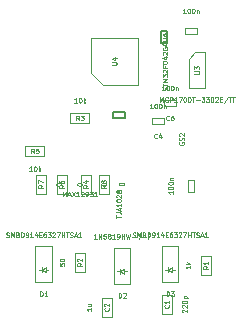
<source format=gbr>
G04 #@! TF.FileFunction,Other,Fab,Top*
%FSLAX46Y46*%
G04 Gerber Fmt 4.6, Leading zero omitted, Abs format (unit mm)*
G04 Created by KiCad (PCBNEW 4.0.7) date 01/29/18 07:06:24*
%MOMM*%
%LPD*%
G01*
G04 APERTURE LIST*
%ADD10C,0.100000*%
%ADD11C,0.150000*%
%ADD12C,0.090000*%
G04 APERTURE END LIST*
D10*
D11*
X152418000Y-85424000D02*
X152918000Y-85424000D01*
X152418000Y-86424000D02*
X152418000Y-85424000D01*
X152918000Y-86424000D02*
X152418000Y-86424000D01*
X152918000Y-85424000D02*
X152918000Y-86424000D01*
X149358000Y-92278000D02*
X149358000Y-92778000D01*
X148358000Y-92278000D02*
X149358000Y-92278000D01*
X148358000Y-92778000D02*
X148358000Y-92278000D01*
X149358000Y-92778000D02*
X148358000Y-92778000D01*
D10*
X154704000Y-97997000D02*
X155204000Y-97997000D01*
X154704000Y-98997000D02*
X154704000Y-97997000D01*
X155204000Y-98997000D02*
X154704000Y-98997000D01*
X155204000Y-97997000D02*
X155204000Y-98997000D01*
X155454000Y-85166000D02*
X155454000Y-85666000D01*
X154454000Y-85166000D02*
X155454000Y-85166000D01*
X154454000Y-85666000D02*
X154454000Y-85166000D01*
X155454000Y-85666000D02*
X154454000Y-85666000D01*
X152522000Y-109330000D02*
X152522000Y-107730000D01*
X152522000Y-107730000D02*
X153322000Y-107730000D01*
X153322000Y-107730000D02*
X153322000Y-109330000D01*
X153322000Y-109330000D02*
X152522000Y-109330000D01*
X148242000Y-107984000D02*
X148242000Y-109584000D01*
X148242000Y-109584000D02*
X147442000Y-109584000D01*
X147442000Y-109584000D02*
X147442000Y-107984000D01*
X147442000Y-107984000D02*
X148242000Y-107984000D01*
X152660000Y-92786000D02*
X152660000Y-93286000D01*
X151660000Y-92786000D02*
X152660000Y-92786000D01*
X151660000Y-93286000D02*
X151660000Y-92786000D01*
X152660000Y-93286000D02*
X151660000Y-93286000D01*
X153676000Y-91262000D02*
X153676000Y-91762000D01*
X152676000Y-91262000D02*
X153676000Y-91262000D01*
X152676000Y-91762000D02*
X152676000Y-91262000D01*
X153676000Y-91762000D02*
X152676000Y-91762000D01*
X155824000Y-104428000D02*
X156624000Y-104428000D01*
X155824000Y-106028000D02*
X155824000Y-104428000D01*
X156624000Y-106028000D02*
X155824000Y-106028000D01*
X156624000Y-104428000D02*
X156624000Y-106028000D01*
X145156000Y-104174000D02*
X145956000Y-104174000D01*
X145156000Y-105774000D02*
X145156000Y-104174000D01*
X145956000Y-105774000D02*
X145156000Y-105774000D01*
X145956000Y-104174000D02*
X145956000Y-105774000D01*
X146356000Y-92382000D02*
X146356000Y-93182000D01*
X144756000Y-92382000D02*
X146356000Y-92382000D01*
X144756000Y-93182000D02*
X144756000Y-92382000D01*
X146356000Y-93182000D02*
X144756000Y-93182000D01*
X140946000Y-95976000D02*
X140946000Y-95176000D01*
X142546000Y-95976000D02*
X140946000Y-95976000D01*
X142546000Y-95176000D02*
X142546000Y-95976000D01*
X140946000Y-95176000D02*
X142546000Y-95176000D01*
X154762000Y-87768000D02*
X154762000Y-90218000D01*
X155312000Y-87198000D02*
X156162000Y-87198000D01*
X154762000Y-87768000D02*
X155312000Y-87198000D01*
X156162000Y-87198000D02*
X156162000Y-90238000D01*
X154762000Y-90238000D02*
X156162000Y-90238000D01*
X142642000Y-105612000D02*
X142892000Y-105612000D01*
X142642000Y-105412000D02*
X142342000Y-105612000D01*
X142642000Y-105812000D02*
X142642000Y-105412000D01*
X142342000Y-105612000D02*
X142642000Y-105812000D01*
X142342000Y-105612000D02*
X142092000Y-105612000D01*
X142342000Y-105812000D02*
X142342000Y-105412000D01*
X141792000Y-106682000D02*
X141792000Y-103642000D01*
X143192000Y-103642000D02*
X141792000Y-103642000D01*
X143192000Y-106682000D02*
X141792000Y-106682000D01*
X143192000Y-106682000D02*
X143192000Y-103642000D01*
X146464000Y-99170000D02*
X145664000Y-99170000D01*
X146464000Y-97570000D02*
X146464000Y-99170000D01*
X145664000Y-97570000D02*
X146464000Y-97570000D01*
X145664000Y-99170000D02*
X145664000Y-97570000D01*
X144432000Y-99170000D02*
X143632000Y-99170000D01*
X144432000Y-97570000D02*
X144432000Y-99170000D01*
X143632000Y-97570000D02*
X144432000Y-97570000D01*
X143632000Y-99170000D02*
X143632000Y-97570000D01*
X142654000Y-99170000D02*
X141854000Y-99170000D01*
X142654000Y-97570000D02*
X142654000Y-99170000D01*
X141854000Y-97570000D02*
X142654000Y-97570000D01*
X141854000Y-99170000D02*
X141854000Y-97570000D01*
X147988000Y-99158000D02*
X147188000Y-99158000D01*
X147988000Y-97558000D02*
X147988000Y-99158000D01*
X147188000Y-97558000D02*
X147988000Y-97558000D01*
X147188000Y-99158000D02*
X147188000Y-97558000D01*
X153342000Y-105612000D02*
X153592000Y-105612000D01*
X153342000Y-105412000D02*
X153042000Y-105612000D01*
X153342000Y-105812000D02*
X153342000Y-105412000D01*
X153042000Y-105612000D02*
X153342000Y-105812000D01*
X153042000Y-105612000D02*
X152792000Y-105612000D01*
X153042000Y-105812000D02*
X153042000Y-105412000D01*
X152492000Y-106682000D02*
X152492000Y-103642000D01*
X153892000Y-103642000D02*
X152492000Y-103642000D01*
X153892000Y-106682000D02*
X152492000Y-106682000D01*
X153892000Y-106682000D02*
X153892000Y-103642000D01*
X149278000Y-105744000D02*
X149528000Y-105744000D01*
X149278000Y-105544000D02*
X148978000Y-105744000D01*
X149278000Y-105944000D02*
X149278000Y-105544000D01*
X148978000Y-105744000D02*
X149278000Y-105944000D01*
X148978000Y-105744000D02*
X148728000Y-105744000D01*
X148978000Y-105944000D02*
X148978000Y-105544000D01*
X148428000Y-106814000D02*
X148428000Y-103774000D01*
X149828000Y-103774000D02*
X148428000Y-103774000D01*
X149828000Y-106814000D02*
X148428000Y-106814000D01*
X149828000Y-106814000D02*
X149828000Y-103774000D01*
X146482000Y-88964000D02*
X146482000Y-85964000D01*
X146482000Y-85964000D02*
X150482000Y-85964000D01*
X150482000Y-85964000D02*
X150482000Y-89964000D01*
X150482000Y-89964000D02*
X147482000Y-89964000D01*
X147482000Y-89964000D02*
X146482000Y-88964000D01*
D12*
X153434952Y-98944618D02*
X153434952Y-99173190D01*
X153434952Y-99058904D02*
X153034952Y-99058904D01*
X153092095Y-99096999D01*
X153130190Y-99135094D01*
X153149238Y-99173190D01*
X153034952Y-98696999D02*
X153034952Y-98658904D01*
X153054000Y-98620809D01*
X153073048Y-98601761D01*
X153111143Y-98582714D01*
X153187333Y-98563666D01*
X153282571Y-98563666D01*
X153358762Y-98582714D01*
X153396857Y-98601761D01*
X153415905Y-98620809D01*
X153434952Y-98658904D01*
X153434952Y-98696999D01*
X153415905Y-98735095D01*
X153396857Y-98754142D01*
X153358762Y-98773190D01*
X153282571Y-98792238D01*
X153187333Y-98792238D01*
X153111143Y-98773190D01*
X153073048Y-98754142D01*
X153054000Y-98735095D01*
X153034952Y-98696999D01*
X153034952Y-98316047D02*
X153034952Y-98277952D01*
X153054000Y-98239857D01*
X153073048Y-98220809D01*
X153111143Y-98201762D01*
X153187333Y-98182714D01*
X153282571Y-98182714D01*
X153358762Y-98201762D01*
X153396857Y-98220809D01*
X153415905Y-98239857D01*
X153434952Y-98277952D01*
X153434952Y-98316047D01*
X153415905Y-98354143D01*
X153396857Y-98373190D01*
X153358762Y-98392238D01*
X153282571Y-98411286D01*
X153187333Y-98411286D01*
X153111143Y-98392238D01*
X153073048Y-98373190D01*
X153054000Y-98354143D01*
X153034952Y-98316047D01*
X153168286Y-98011286D02*
X153434952Y-98011286D01*
X153206381Y-98011286D02*
X153187333Y-97992238D01*
X153168286Y-97954143D01*
X153168286Y-97897000D01*
X153187333Y-97858905D01*
X153225429Y-97839857D01*
X153434952Y-97839857D01*
X154506382Y-83896952D02*
X154277810Y-83896952D01*
X154392096Y-83896952D02*
X154392096Y-83496952D01*
X154354001Y-83554095D01*
X154315906Y-83592190D01*
X154277810Y-83611238D01*
X154754001Y-83496952D02*
X154792096Y-83496952D01*
X154830191Y-83516000D01*
X154849239Y-83535048D01*
X154868286Y-83573143D01*
X154887334Y-83649333D01*
X154887334Y-83744571D01*
X154868286Y-83820762D01*
X154849239Y-83858857D01*
X154830191Y-83877905D01*
X154792096Y-83896952D01*
X154754001Y-83896952D01*
X154715905Y-83877905D01*
X154696858Y-83858857D01*
X154677810Y-83820762D01*
X154658762Y-83744571D01*
X154658762Y-83649333D01*
X154677810Y-83573143D01*
X154696858Y-83535048D01*
X154715905Y-83516000D01*
X154754001Y-83496952D01*
X155134953Y-83496952D02*
X155173048Y-83496952D01*
X155211143Y-83516000D01*
X155230191Y-83535048D01*
X155249238Y-83573143D01*
X155268286Y-83649333D01*
X155268286Y-83744571D01*
X155249238Y-83820762D01*
X155230191Y-83858857D01*
X155211143Y-83877905D01*
X155173048Y-83896952D01*
X155134953Y-83896952D01*
X155096857Y-83877905D01*
X155077810Y-83858857D01*
X155058762Y-83820762D01*
X155039714Y-83744571D01*
X155039714Y-83649333D01*
X155058762Y-83573143D01*
X155077810Y-83535048D01*
X155096857Y-83516000D01*
X155134953Y-83496952D01*
X155439714Y-83630286D02*
X155439714Y-83896952D01*
X155439714Y-83668381D02*
X155458762Y-83649333D01*
X155496857Y-83630286D01*
X155554000Y-83630286D01*
X155592095Y-83649333D01*
X155611143Y-83687429D01*
X155611143Y-83896952D01*
X154241048Y-109206190D02*
X154222000Y-109187142D01*
X154202952Y-109149047D01*
X154202952Y-109053809D01*
X154222000Y-109015713D01*
X154241048Y-108996666D01*
X154279143Y-108977618D01*
X154317238Y-108977618D01*
X154374381Y-108996666D01*
X154602952Y-109225237D01*
X154602952Y-108977618D01*
X154241048Y-108825238D02*
X154222000Y-108806190D01*
X154202952Y-108768095D01*
X154202952Y-108672857D01*
X154222000Y-108634761D01*
X154241048Y-108615714D01*
X154279143Y-108596666D01*
X154317238Y-108596666D01*
X154374381Y-108615714D01*
X154602952Y-108844285D01*
X154602952Y-108596666D01*
X154202952Y-108349047D02*
X154202952Y-108310952D01*
X154222000Y-108272857D01*
X154241048Y-108253809D01*
X154279143Y-108234762D01*
X154355333Y-108215714D01*
X154450571Y-108215714D01*
X154526762Y-108234762D01*
X154564857Y-108253809D01*
X154583905Y-108272857D01*
X154602952Y-108310952D01*
X154602952Y-108349047D01*
X154583905Y-108387143D01*
X154564857Y-108406190D01*
X154526762Y-108425238D01*
X154450571Y-108444286D01*
X154355333Y-108444286D01*
X154279143Y-108425238D01*
X154241048Y-108406190D01*
X154222000Y-108387143D01*
X154202952Y-108349047D01*
X154336286Y-108044286D02*
X154736286Y-108044286D01*
X154355333Y-108044286D02*
X154336286Y-108006191D01*
X154336286Y-107930000D01*
X154355333Y-107891905D01*
X154374381Y-107872857D01*
X154412476Y-107853810D01*
X154526762Y-107853810D01*
X154564857Y-107872857D01*
X154583905Y-107891905D01*
X154602952Y-107930000D01*
X154602952Y-108006191D01*
X154583905Y-108044286D01*
X153064857Y-108596666D02*
X153083905Y-108615714D01*
X153102952Y-108672857D01*
X153102952Y-108710952D01*
X153083905Y-108768095D01*
X153045810Y-108806190D01*
X153007714Y-108825238D01*
X152931524Y-108844286D01*
X152874381Y-108844286D01*
X152798190Y-108825238D01*
X152760095Y-108806190D01*
X152722000Y-108768095D01*
X152702952Y-108710952D01*
X152702952Y-108672857D01*
X152722000Y-108615714D01*
X152741048Y-108596666D01*
X153102952Y-108215714D02*
X153102952Y-108444286D01*
X153102952Y-108330000D02*
X152702952Y-108330000D01*
X152760095Y-108368095D01*
X152798190Y-108406190D01*
X152817238Y-108444286D01*
X146522952Y-108850666D02*
X146522952Y-109079238D01*
X146522952Y-108964952D02*
X146122952Y-108964952D01*
X146180095Y-109003047D01*
X146218190Y-109041142D01*
X146237238Y-109079238D01*
X146256286Y-108507809D02*
X146522952Y-108507809D01*
X146256286Y-108679238D02*
X146465810Y-108679238D01*
X146503905Y-108660190D01*
X146522952Y-108622095D01*
X146522952Y-108564952D01*
X146503905Y-108526857D01*
X146484857Y-108507809D01*
X147984857Y-108850666D02*
X148003905Y-108869714D01*
X148022952Y-108926857D01*
X148022952Y-108964952D01*
X148003905Y-109022095D01*
X147965810Y-109060190D01*
X147927714Y-109079238D01*
X147851524Y-109098286D01*
X147794381Y-109098286D01*
X147718190Y-109079238D01*
X147680095Y-109060190D01*
X147642000Y-109022095D01*
X147622952Y-108964952D01*
X147622952Y-108926857D01*
X147642000Y-108869714D01*
X147661048Y-108850666D01*
X147661048Y-108698286D02*
X147642000Y-108679238D01*
X147622952Y-108641143D01*
X147622952Y-108545905D01*
X147642000Y-108507809D01*
X147661048Y-108488762D01*
X147699143Y-108469714D01*
X147737238Y-108469714D01*
X147794381Y-108488762D01*
X148022952Y-108717333D01*
X148022952Y-108469714D01*
X151712382Y-91946952D02*
X151483810Y-91946952D01*
X151598096Y-91946952D02*
X151598096Y-91546952D01*
X151560001Y-91604095D01*
X151521906Y-91642190D01*
X151483810Y-91661238D01*
X151960001Y-91546952D02*
X151998096Y-91546952D01*
X152036191Y-91566000D01*
X152055239Y-91585048D01*
X152074286Y-91623143D01*
X152093334Y-91699333D01*
X152093334Y-91794571D01*
X152074286Y-91870762D01*
X152055239Y-91908857D01*
X152036191Y-91927905D01*
X151998096Y-91946952D01*
X151960001Y-91946952D01*
X151921905Y-91927905D01*
X151902858Y-91908857D01*
X151883810Y-91870762D01*
X151864762Y-91794571D01*
X151864762Y-91699333D01*
X151883810Y-91623143D01*
X151902858Y-91585048D01*
X151921905Y-91566000D01*
X151960001Y-91546952D01*
X152340953Y-91546952D02*
X152379048Y-91546952D01*
X152417143Y-91566000D01*
X152436191Y-91585048D01*
X152455238Y-91623143D01*
X152474286Y-91699333D01*
X152474286Y-91794571D01*
X152455238Y-91870762D01*
X152436191Y-91908857D01*
X152417143Y-91927905D01*
X152379048Y-91946952D01*
X152340953Y-91946952D01*
X152302857Y-91927905D01*
X152283810Y-91908857D01*
X152264762Y-91870762D01*
X152245714Y-91794571D01*
X152245714Y-91699333D01*
X152264762Y-91623143D01*
X152283810Y-91585048D01*
X152302857Y-91566000D01*
X152340953Y-91546952D01*
X152645714Y-91680286D02*
X152645714Y-91946952D01*
X152645714Y-91718381D02*
X152664762Y-91699333D01*
X152702857Y-91680286D01*
X152760000Y-91680286D01*
X152798095Y-91699333D01*
X152817143Y-91737429D01*
X152817143Y-91946952D01*
X152093334Y-94448857D02*
X152074286Y-94467905D01*
X152017143Y-94486952D01*
X151979048Y-94486952D01*
X151921905Y-94467905D01*
X151883810Y-94429810D01*
X151864762Y-94391714D01*
X151845714Y-94315524D01*
X151845714Y-94258381D01*
X151864762Y-94182190D01*
X151883810Y-94144095D01*
X151921905Y-94106000D01*
X151979048Y-94086952D01*
X152017143Y-94086952D01*
X152074286Y-94106000D01*
X152093334Y-94125048D01*
X152436191Y-94220286D02*
X152436191Y-94486952D01*
X152340953Y-94067905D02*
X152245714Y-94353619D01*
X152493334Y-94353619D01*
X152728382Y-90422952D02*
X152499810Y-90422952D01*
X152614096Y-90422952D02*
X152614096Y-90022952D01*
X152576001Y-90080095D01*
X152537906Y-90118190D01*
X152499810Y-90137238D01*
X152976001Y-90022952D02*
X153014096Y-90022952D01*
X153052191Y-90042000D01*
X153071239Y-90061048D01*
X153090286Y-90099143D01*
X153109334Y-90175333D01*
X153109334Y-90270571D01*
X153090286Y-90346762D01*
X153071239Y-90384857D01*
X153052191Y-90403905D01*
X153014096Y-90422952D01*
X152976001Y-90422952D01*
X152937905Y-90403905D01*
X152918858Y-90384857D01*
X152899810Y-90346762D01*
X152880762Y-90270571D01*
X152880762Y-90175333D01*
X152899810Y-90099143D01*
X152918858Y-90061048D01*
X152937905Y-90042000D01*
X152976001Y-90022952D01*
X153356953Y-90022952D02*
X153395048Y-90022952D01*
X153433143Y-90042000D01*
X153452191Y-90061048D01*
X153471238Y-90099143D01*
X153490286Y-90175333D01*
X153490286Y-90270571D01*
X153471238Y-90346762D01*
X153452191Y-90384857D01*
X153433143Y-90403905D01*
X153395048Y-90422952D01*
X153356953Y-90422952D01*
X153318857Y-90403905D01*
X153299810Y-90384857D01*
X153280762Y-90346762D01*
X153261714Y-90270571D01*
X153261714Y-90175333D01*
X153280762Y-90099143D01*
X153299810Y-90061048D01*
X153318857Y-90042000D01*
X153356953Y-90022952D01*
X153661714Y-90156286D02*
X153661714Y-90422952D01*
X153661714Y-90194381D02*
X153680762Y-90175333D01*
X153718857Y-90156286D01*
X153776000Y-90156286D01*
X153814095Y-90175333D01*
X153833143Y-90213429D01*
X153833143Y-90422952D01*
X153109334Y-92924857D02*
X153090286Y-92943905D01*
X153033143Y-92962952D01*
X152995048Y-92962952D01*
X152937905Y-92943905D01*
X152899810Y-92905810D01*
X152880762Y-92867714D01*
X152861714Y-92791524D01*
X152861714Y-92734381D01*
X152880762Y-92658190D01*
X152899810Y-92620095D01*
X152937905Y-92582000D01*
X152995048Y-92562952D01*
X153033143Y-92562952D01*
X153090286Y-92582000D01*
X153109334Y-92601048D01*
X153452191Y-92562952D02*
X153376000Y-92562952D01*
X153337905Y-92582000D01*
X153318857Y-92601048D01*
X153280762Y-92658190D01*
X153261714Y-92734381D01*
X153261714Y-92886762D01*
X153280762Y-92924857D01*
X153299810Y-92943905D01*
X153337905Y-92962952D01*
X153414095Y-92962952D01*
X153452191Y-92943905D01*
X153471238Y-92924857D01*
X153490286Y-92886762D01*
X153490286Y-92791524D01*
X153471238Y-92753429D01*
X153452191Y-92734381D01*
X153414095Y-92715333D01*
X153337905Y-92715333D01*
X153299810Y-92734381D01*
X153280762Y-92753429D01*
X153261714Y-92791524D01*
X153970000Y-94836190D02*
X153950952Y-94874285D01*
X153950952Y-94931428D01*
X153970000Y-94988571D01*
X154008095Y-95026666D01*
X154046190Y-95045714D01*
X154122381Y-95064762D01*
X154179524Y-95064762D01*
X154255714Y-95045714D01*
X154293810Y-95026666D01*
X154331905Y-94988571D01*
X154350952Y-94931428D01*
X154350952Y-94893333D01*
X154331905Y-94836190D01*
X154312857Y-94817142D01*
X154179524Y-94817142D01*
X154179524Y-94893333D01*
X154331905Y-94664762D02*
X154350952Y-94607619D01*
X154350952Y-94512381D01*
X154331905Y-94474285D01*
X154312857Y-94455238D01*
X154274762Y-94436190D01*
X154236667Y-94436190D01*
X154198571Y-94455238D01*
X154179524Y-94474285D01*
X154160476Y-94512381D01*
X154141429Y-94588571D01*
X154122381Y-94626666D01*
X154103333Y-94645714D01*
X154065238Y-94664762D01*
X154027143Y-94664762D01*
X153989048Y-94645714D01*
X153970000Y-94626666D01*
X153950952Y-94588571D01*
X153950952Y-94493333D01*
X153970000Y-94436190D01*
X153989048Y-94283810D02*
X153970000Y-94264762D01*
X153950952Y-94226667D01*
X153950952Y-94131429D01*
X153970000Y-94093333D01*
X153989048Y-94074286D01*
X154027143Y-94055238D01*
X154065238Y-94055238D01*
X154122381Y-94074286D01*
X154350952Y-94302857D01*
X154350952Y-94055238D01*
X154904952Y-105275619D02*
X154904952Y-105504191D01*
X154904952Y-105389905D02*
X154504952Y-105389905D01*
X154562095Y-105428000D01*
X154600190Y-105466095D01*
X154619238Y-105504191D01*
X154904952Y-105104191D02*
X154504952Y-105104191D01*
X154752571Y-105066096D02*
X154904952Y-104951810D01*
X154638286Y-104951810D02*
X154790667Y-105104191D01*
X156404952Y-105294666D02*
X156214476Y-105428000D01*
X156404952Y-105523238D02*
X156004952Y-105523238D01*
X156004952Y-105370857D01*
X156024000Y-105332762D01*
X156043048Y-105313714D01*
X156081143Y-105294666D01*
X156138286Y-105294666D01*
X156176381Y-105313714D01*
X156195429Y-105332762D01*
X156214476Y-105370857D01*
X156214476Y-105523238D01*
X156404952Y-104913714D02*
X156404952Y-105142286D01*
X156404952Y-105028000D02*
X156004952Y-105028000D01*
X156062095Y-105066095D01*
X156100190Y-105104190D01*
X156119238Y-105142286D01*
X143836952Y-105069238D02*
X143836952Y-105259714D01*
X144027429Y-105278762D01*
X144008381Y-105259714D01*
X143989333Y-105221619D01*
X143989333Y-105126381D01*
X144008381Y-105088285D01*
X144027429Y-105069238D01*
X144065524Y-105050190D01*
X144160762Y-105050190D01*
X144198857Y-105069238D01*
X144217905Y-105088285D01*
X144236952Y-105126381D01*
X144236952Y-105221619D01*
X144217905Y-105259714D01*
X144198857Y-105278762D01*
X143836952Y-104802571D02*
X143836952Y-104764476D01*
X143856000Y-104726381D01*
X143875048Y-104707333D01*
X143913143Y-104688286D01*
X143989333Y-104669238D01*
X144084571Y-104669238D01*
X144160762Y-104688286D01*
X144198857Y-104707333D01*
X144217905Y-104726381D01*
X144236952Y-104764476D01*
X144236952Y-104802571D01*
X144217905Y-104840667D01*
X144198857Y-104859714D01*
X144160762Y-104878762D01*
X144084571Y-104897810D01*
X143989333Y-104897810D01*
X143913143Y-104878762D01*
X143875048Y-104859714D01*
X143856000Y-104840667D01*
X143836952Y-104802571D01*
X145736952Y-105040666D02*
X145546476Y-105174000D01*
X145736952Y-105269238D02*
X145336952Y-105269238D01*
X145336952Y-105116857D01*
X145356000Y-105078762D01*
X145375048Y-105059714D01*
X145413143Y-105040666D01*
X145470286Y-105040666D01*
X145508381Y-105059714D01*
X145527429Y-105078762D01*
X145546476Y-105116857D01*
X145546476Y-105269238D01*
X145375048Y-104888286D02*
X145356000Y-104869238D01*
X145336952Y-104831143D01*
X145336952Y-104735905D01*
X145356000Y-104697809D01*
X145375048Y-104678762D01*
X145413143Y-104659714D01*
X145451238Y-104659714D01*
X145508381Y-104678762D01*
X145736952Y-104907333D01*
X145736952Y-104659714D01*
X145317905Y-91462952D02*
X145089333Y-91462952D01*
X145203619Y-91462952D02*
X145203619Y-91062952D01*
X145165524Y-91120095D01*
X145127429Y-91158190D01*
X145089333Y-91177238D01*
X145565524Y-91062952D02*
X145603619Y-91062952D01*
X145641714Y-91082000D01*
X145660762Y-91101048D01*
X145679809Y-91139143D01*
X145698857Y-91215333D01*
X145698857Y-91310571D01*
X145679809Y-91386762D01*
X145660762Y-91424857D01*
X145641714Y-91443905D01*
X145603619Y-91462952D01*
X145565524Y-91462952D01*
X145527428Y-91443905D01*
X145508381Y-91424857D01*
X145489333Y-91386762D01*
X145470285Y-91310571D01*
X145470285Y-91215333D01*
X145489333Y-91139143D01*
X145508381Y-91101048D01*
X145527428Y-91082000D01*
X145565524Y-91062952D01*
X145870285Y-91462952D02*
X145870285Y-91062952D01*
X145908380Y-91310571D02*
X146022666Y-91462952D01*
X146022666Y-91196286D02*
X145870285Y-91348667D01*
X145489334Y-92962952D02*
X145356000Y-92772476D01*
X145260762Y-92962952D02*
X145260762Y-92562952D01*
X145413143Y-92562952D01*
X145451238Y-92582000D01*
X145470286Y-92601048D01*
X145489334Y-92639143D01*
X145489334Y-92696286D01*
X145470286Y-92734381D01*
X145451238Y-92753429D01*
X145413143Y-92772476D01*
X145260762Y-92772476D01*
X145622667Y-92562952D02*
X145870286Y-92562952D01*
X145736953Y-92715333D01*
X145794095Y-92715333D01*
X145832191Y-92734381D01*
X145851238Y-92753429D01*
X145870286Y-92791524D01*
X145870286Y-92886762D01*
X145851238Y-92924857D01*
X145832191Y-92943905D01*
X145794095Y-92962952D01*
X145679810Y-92962952D01*
X145641714Y-92943905D01*
X145622667Y-92924857D01*
X141507905Y-97256952D02*
X141279333Y-97256952D01*
X141393619Y-97256952D02*
X141393619Y-96856952D01*
X141355524Y-96914095D01*
X141317429Y-96952190D01*
X141279333Y-96971238D01*
X141755524Y-96856952D02*
X141793619Y-96856952D01*
X141831714Y-96876000D01*
X141850762Y-96895048D01*
X141869809Y-96933143D01*
X141888857Y-97009333D01*
X141888857Y-97104571D01*
X141869809Y-97180762D01*
X141850762Y-97218857D01*
X141831714Y-97237905D01*
X141793619Y-97256952D01*
X141755524Y-97256952D01*
X141717428Y-97237905D01*
X141698381Y-97218857D01*
X141679333Y-97180762D01*
X141660285Y-97104571D01*
X141660285Y-97009333D01*
X141679333Y-96933143D01*
X141698381Y-96895048D01*
X141717428Y-96876000D01*
X141755524Y-96856952D01*
X142060285Y-97256952D02*
X142060285Y-96856952D01*
X142098380Y-97104571D02*
X142212666Y-97256952D01*
X142212666Y-96990286D02*
X142060285Y-97142667D01*
X141679334Y-95756952D02*
X141546000Y-95566476D01*
X141450762Y-95756952D02*
X141450762Y-95356952D01*
X141603143Y-95356952D01*
X141641238Y-95376000D01*
X141660286Y-95395048D01*
X141679334Y-95433143D01*
X141679334Y-95490286D01*
X141660286Y-95528381D01*
X141641238Y-95547429D01*
X141603143Y-95566476D01*
X141450762Y-95566476D01*
X142041238Y-95356952D02*
X141850762Y-95356952D01*
X141831714Y-95547429D01*
X141850762Y-95528381D01*
X141888857Y-95509333D01*
X141984095Y-95509333D01*
X142022191Y-95528381D01*
X142041238Y-95547429D01*
X142060286Y-95585524D01*
X142060286Y-95680762D01*
X142041238Y-95718857D01*
X142022191Y-95737905D01*
X141984095Y-95756952D01*
X141888857Y-95756952D01*
X141850762Y-95737905D01*
X141831714Y-95718857D01*
X152309620Y-91398952D02*
X152309620Y-90998952D01*
X152442953Y-91284667D01*
X152576287Y-90998952D01*
X152576287Y-91398952D01*
X152995335Y-91360857D02*
X152976287Y-91379905D01*
X152919144Y-91398952D01*
X152881049Y-91398952D01*
X152823906Y-91379905D01*
X152785811Y-91341810D01*
X152766763Y-91303714D01*
X152747715Y-91227524D01*
X152747715Y-91170381D01*
X152766763Y-91094190D01*
X152785811Y-91056095D01*
X152823906Y-91018000D01*
X152881049Y-90998952D01*
X152919144Y-90998952D01*
X152976287Y-91018000D01*
X152995335Y-91037048D01*
X153166763Y-91398952D02*
X153166763Y-90998952D01*
X153319144Y-90998952D01*
X153357239Y-91018000D01*
X153376287Y-91037048D01*
X153395335Y-91075143D01*
X153395335Y-91132286D01*
X153376287Y-91170381D01*
X153357239Y-91189429D01*
X153319144Y-91208476D01*
X153166763Y-91208476D01*
X153776287Y-91398952D02*
X153547715Y-91398952D01*
X153662001Y-91398952D02*
X153662001Y-90998952D01*
X153623906Y-91056095D01*
X153585811Y-91094190D01*
X153547715Y-91113238D01*
X153909620Y-90998952D02*
X154176287Y-90998952D01*
X154004858Y-91398952D01*
X154404858Y-90998952D02*
X154442953Y-90998952D01*
X154481048Y-91018000D01*
X154500096Y-91037048D01*
X154519143Y-91075143D01*
X154538191Y-91151333D01*
X154538191Y-91246571D01*
X154519143Y-91322762D01*
X154500096Y-91360857D01*
X154481048Y-91379905D01*
X154442953Y-91398952D01*
X154404858Y-91398952D01*
X154366762Y-91379905D01*
X154347715Y-91360857D01*
X154328667Y-91322762D01*
X154309619Y-91246571D01*
X154309619Y-91151333D01*
X154328667Y-91075143D01*
X154347715Y-91037048D01*
X154366762Y-91018000D01*
X154404858Y-90998952D01*
X154785810Y-90998952D02*
X154823905Y-90998952D01*
X154862000Y-91018000D01*
X154881048Y-91037048D01*
X154900095Y-91075143D01*
X154919143Y-91151333D01*
X154919143Y-91246571D01*
X154900095Y-91322762D01*
X154881048Y-91360857D01*
X154862000Y-91379905D01*
X154823905Y-91398952D01*
X154785810Y-91398952D01*
X154747714Y-91379905D01*
X154728667Y-91360857D01*
X154709619Y-91322762D01*
X154690571Y-91246571D01*
X154690571Y-91151333D01*
X154709619Y-91075143D01*
X154728667Y-91037048D01*
X154747714Y-91018000D01*
X154785810Y-90998952D01*
X155033428Y-90998952D02*
X155262000Y-90998952D01*
X155147714Y-91398952D02*
X155147714Y-90998952D01*
X155395333Y-91246571D02*
X155700095Y-91246571D01*
X155852476Y-90998952D02*
X156100095Y-90998952D01*
X155966762Y-91151333D01*
X156023904Y-91151333D01*
X156062000Y-91170381D01*
X156081047Y-91189429D01*
X156100095Y-91227524D01*
X156100095Y-91322762D01*
X156081047Y-91360857D01*
X156062000Y-91379905D01*
X156023904Y-91398952D01*
X155909619Y-91398952D01*
X155871523Y-91379905D01*
X155852476Y-91360857D01*
X156233428Y-90998952D02*
X156481047Y-90998952D01*
X156347714Y-91151333D01*
X156404856Y-91151333D01*
X156442952Y-91170381D01*
X156461999Y-91189429D01*
X156481047Y-91227524D01*
X156481047Y-91322762D01*
X156461999Y-91360857D01*
X156442952Y-91379905D01*
X156404856Y-91398952D01*
X156290571Y-91398952D01*
X156252475Y-91379905D01*
X156233428Y-91360857D01*
X156728666Y-90998952D02*
X156766761Y-90998952D01*
X156804856Y-91018000D01*
X156823904Y-91037048D01*
X156842951Y-91075143D01*
X156861999Y-91151333D01*
X156861999Y-91246571D01*
X156842951Y-91322762D01*
X156823904Y-91360857D01*
X156804856Y-91379905D01*
X156766761Y-91398952D01*
X156728666Y-91398952D01*
X156690570Y-91379905D01*
X156671523Y-91360857D01*
X156652475Y-91322762D01*
X156633427Y-91246571D01*
X156633427Y-91151333D01*
X156652475Y-91075143D01*
X156671523Y-91037048D01*
X156690570Y-91018000D01*
X156728666Y-90998952D01*
X157014379Y-91037048D02*
X157033427Y-91018000D01*
X157071522Y-90998952D01*
X157166760Y-90998952D01*
X157204856Y-91018000D01*
X157223903Y-91037048D01*
X157242951Y-91075143D01*
X157242951Y-91113238D01*
X157223903Y-91170381D01*
X156995332Y-91398952D01*
X157242951Y-91398952D01*
X157414379Y-91189429D02*
X157547712Y-91189429D01*
X157604855Y-91398952D02*
X157414379Y-91398952D01*
X157414379Y-90998952D01*
X157604855Y-90998952D01*
X158061998Y-90979905D02*
X157719141Y-91494190D01*
X158138189Y-90998952D02*
X158366761Y-90998952D01*
X158252475Y-91398952D02*
X158252475Y-90998952D01*
X158442951Y-90998952D02*
X158671523Y-90998952D01*
X158557237Y-91398952D02*
X158557237Y-90998952D01*
X155242952Y-89022762D02*
X155566762Y-89022762D01*
X155604857Y-89003714D01*
X155623905Y-88984667D01*
X155642952Y-88946571D01*
X155642952Y-88870381D01*
X155623905Y-88832286D01*
X155604857Y-88813238D01*
X155566762Y-88794190D01*
X155242952Y-88794190D01*
X155242952Y-88641809D02*
X155242952Y-88394190D01*
X155395333Y-88527523D01*
X155395333Y-88470381D01*
X155414381Y-88432285D01*
X155433429Y-88413238D01*
X155471524Y-88394190D01*
X155566762Y-88394190D01*
X155604857Y-88413238D01*
X155623905Y-88432285D01*
X155642952Y-88470381D01*
X155642952Y-88584666D01*
X155623905Y-88622762D01*
X155604857Y-88641809D01*
X139320573Y-102823905D02*
X139377716Y-102842952D01*
X139472954Y-102842952D01*
X139511050Y-102823905D01*
X139530097Y-102804857D01*
X139549145Y-102766762D01*
X139549145Y-102728667D01*
X139530097Y-102690571D01*
X139511050Y-102671524D01*
X139472954Y-102652476D01*
X139396764Y-102633429D01*
X139358669Y-102614381D01*
X139339621Y-102595333D01*
X139320573Y-102557238D01*
X139320573Y-102519143D01*
X139339621Y-102481048D01*
X139358669Y-102462000D01*
X139396764Y-102442952D01*
X139492002Y-102442952D01*
X139549145Y-102462000D01*
X139720573Y-102842952D02*
X139720573Y-102442952D01*
X139853906Y-102728667D01*
X139987240Y-102442952D01*
X139987240Y-102842952D01*
X140311049Y-102633429D02*
X140368192Y-102652476D01*
X140387240Y-102671524D01*
X140406288Y-102709619D01*
X140406288Y-102766762D01*
X140387240Y-102804857D01*
X140368192Y-102823905D01*
X140330097Y-102842952D01*
X140177716Y-102842952D01*
X140177716Y-102442952D01*
X140311049Y-102442952D01*
X140349145Y-102462000D01*
X140368192Y-102481048D01*
X140387240Y-102519143D01*
X140387240Y-102557238D01*
X140368192Y-102595333D01*
X140349145Y-102614381D01*
X140311049Y-102633429D01*
X140177716Y-102633429D01*
X140577716Y-102842952D02*
X140577716Y-102442952D01*
X140672954Y-102442952D01*
X140730097Y-102462000D01*
X140768192Y-102500095D01*
X140787240Y-102538190D01*
X140806288Y-102614381D01*
X140806288Y-102671524D01*
X140787240Y-102747714D01*
X140768192Y-102785810D01*
X140730097Y-102823905D01*
X140672954Y-102842952D01*
X140577716Y-102842952D01*
X140996764Y-102842952D02*
X141072954Y-102842952D01*
X141111049Y-102823905D01*
X141130097Y-102804857D01*
X141168192Y-102747714D01*
X141187240Y-102671524D01*
X141187240Y-102519143D01*
X141168192Y-102481048D01*
X141149145Y-102462000D01*
X141111049Y-102442952D01*
X141034859Y-102442952D01*
X140996764Y-102462000D01*
X140977716Y-102481048D01*
X140958668Y-102519143D01*
X140958668Y-102614381D01*
X140977716Y-102652476D01*
X140996764Y-102671524D01*
X141034859Y-102690571D01*
X141111049Y-102690571D01*
X141149145Y-102671524D01*
X141168192Y-102652476D01*
X141187240Y-102614381D01*
X141568192Y-102842952D02*
X141339620Y-102842952D01*
X141453906Y-102842952D02*
X141453906Y-102442952D01*
X141415811Y-102500095D01*
X141377716Y-102538190D01*
X141339620Y-102557238D01*
X141911049Y-102576286D02*
X141911049Y-102842952D01*
X141815811Y-102423905D02*
X141720572Y-102709619D01*
X141968192Y-102709619D01*
X142120572Y-102633429D02*
X142253905Y-102633429D01*
X142311048Y-102842952D02*
X142120572Y-102842952D01*
X142120572Y-102442952D01*
X142311048Y-102442952D01*
X142653906Y-102442952D02*
X142577715Y-102442952D01*
X142539620Y-102462000D01*
X142520572Y-102481048D01*
X142482477Y-102538190D01*
X142463429Y-102614381D01*
X142463429Y-102766762D01*
X142482477Y-102804857D01*
X142501525Y-102823905D01*
X142539620Y-102842952D01*
X142615810Y-102842952D01*
X142653906Y-102823905D01*
X142672953Y-102804857D01*
X142692001Y-102766762D01*
X142692001Y-102671524D01*
X142672953Y-102633429D01*
X142653906Y-102614381D01*
X142615810Y-102595333D01*
X142539620Y-102595333D01*
X142501525Y-102614381D01*
X142482477Y-102633429D01*
X142463429Y-102671524D01*
X142825334Y-102442952D02*
X143072953Y-102442952D01*
X142939620Y-102595333D01*
X142996762Y-102595333D01*
X143034858Y-102614381D01*
X143053905Y-102633429D01*
X143072953Y-102671524D01*
X143072953Y-102766762D01*
X143053905Y-102804857D01*
X143034858Y-102823905D01*
X142996762Y-102842952D01*
X142882477Y-102842952D01*
X142844381Y-102823905D01*
X142825334Y-102804857D01*
X143225333Y-102481048D02*
X143244381Y-102462000D01*
X143282476Y-102442952D01*
X143377714Y-102442952D01*
X143415810Y-102462000D01*
X143434857Y-102481048D01*
X143453905Y-102519143D01*
X143453905Y-102557238D01*
X143434857Y-102614381D01*
X143206286Y-102842952D01*
X143453905Y-102842952D01*
X143587238Y-102442952D02*
X143853905Y-102442952D01*
X143682476Y-102842952D01*
X144006285Y-102842952D02*
X144006285Y-102442952D01*
X144006285Y-102633429D02*
X144234857Y-102633429D01*
X144234857Y-102842952D02*
X144234857Y-102442952D01*
X144368190Y-102442952D02*
X144596762Y-102442952D01*
X144482476Y-102842952D02*
X144482476Y-102442952D01*
X144711047Y-102823905D02*
X144768190Y-102842952D01*
X144863428Y-102842952D01*
X144901524Y-102823905D01*
X144920571Y-102804857D01*
X144939619Y-102766762D01*
X144939619Y-102728667D01*
X144920571Y-102690571D01*
X144901524Y-102671524D01*
X144863428Y-102652476D01*
X144787238Y-102633429D01*
X144749143Y-102614381D01*
X144730095Y-102595333D01*
X144711047Y-102557238D01*
X144711047Y-102519143D01*
X144730095Y-102481048D01*
X144749143Y-102462000D01*
X144787238Y-102442952D01*
X144882476Y-102442952D01*
X144939619Y-102462000D01*
X145091999Y-102728667D02*
X145282476Y-102728667D01*
X145053904Y-102842952D02*
X145187238Y-102442952D01*
X145320571Y-102842952D01*
X145663428Y-102842952D02*
X145434856Y-102842952D01*
X145549142Y-102842952D02*
X145549142Y-102442952D01*
X145511047Y-102500095D01*
X145472952Y-102538190D01*
X145434856Y-102557238D01*
X142196762Y-107842952D02*
X142196762Y-107442952D01*
X142292000Y-107442952D01*
X142349143Y-107462000D01*
X142387238Y-107500095D01*
X142406286Y-107538190D01*
X142425334Y-107614381D01*
X142425334Y-107671524D01*
X142406286Y-107747714D01*
X142387238Y-107785810D01*
X142349143Y-107823905D01*
X142292000Y-107842952D01*
X142196762Y-107842952D01*
X142806286Y-107842952D02*
X142577714Y-107842952D01*
X142692000Y-107842952D02*
X142692000Y-107442952D01*
X142653905Y-107500095D01*
X142615810Y-107538190D01*
X142577714Y-107557238D01*
X147344952Y-98389047D02*
X147344952Y-98350952D01*
X147364000Y-98312857D01*
X147383048Y-98293809D01*
X147421143Y-98274762D01*
X147497333Y-98255714D01*
X147592571Y-98255714D01*
X147668762Y-98274762D01*
X147706857Y-98293809D01*
X147725905Y-98312857D01*
X147744952Y-98350952D01*
X147744952Y-98389047D01*
X147725905Y-98427143D01*
X147706857Y-98446190D01*
X147668762Y-98465238D01*
X147592571Y-98484286D01*
X147497333Y-98484286D01*
X147421143Y-98465238D01*
X147383048Y-98446190D01*
X147364000Y-98427143D01*
X147344952Y-98389047D01*
X146244952Y-98436666D02*
X146054476Y-98570000D01*
X146244952Y-98665238D02*
X145844952Y-98665238D01*
X145844952Y-98512857D01*
X145864000Y-98474762D01*
X145883048Y-98455714D01*
X145921143Y-98436666D01*
X145978286Y-98436666D01*
X146016381Y-98455714D01*
X146035429Y-98474762D01*
X146054476Y-98512857D01*
X146054476Y-98665238D01*
X145978286Y-98093809D02*
X146244952Y-98093809D01*
X145825905Y-98189047D02*
X146111619Y-98284286D01*
X146111619Y-98036666D01*
X145312952Y-98389047D02*
X145312952Y-98350952D01*
X145332000Y-98312857D01*
X145351048Y-98293809D01*
X145389143Y-98274762D01*
X145465333Y-98255714D01*
X145560571Y-98255714D01*
X145636762Y-98274762D01*
X145674857Y-98293809D01*
X145693905Y-98312857D01*
X145712952Y-98350952D01*
X145712952Y-98389047D01*
X145693905Y-98427143D01*
X145674857Y-98446190D01*
X145636762Y-98465238D01*
X145560571Y-98484286D01*
X145465333Y-98484286D01*
X145389143Y-98465238D01*
X145351048Y-98446190D01*
X145332000Y-98427143D01*
X145312952Y-98389047D01*
X144212952Y-98436666D02*
X144022476Y-98570000D01*
X144212952Y-98665238D02*
X143812952Y-98665238D01*
X143812952Y-98512857D01*
X143832000Y-98474762D01*
X143851048Y-98455714D01*
X143889143Y-98436666D01*
X143946286Y-98436666D01*
X143984381Y-98455714D01*
X144003429Y-98474762D01*
X144022476Y-98512857D01*
X144022476Y-98665238D01*
X143812952Y-98093809D02*
X143812952Y-98170000D01*
X143832000Y-98208095D01*
X143851048Y-98227143D01*
X143908190Y-98265238D01*
X143984381Y-98284286D01*
X144136762Y-98284286D01*
X144174857Y-98265238D01*
X144193905Y-98246190D01*
X144212952Y-98208095D01*
X144212952Y-98131905D01*
X144193905Y-98093809D01*
X144174857Y-98074762D01*
X144136762Y-98055714D01*
X144041524Y-98055714D01*
X144003429Y-98074762D01*
X143984381Y-98093809D01*
X143965333Y-98131905D01*
X143965333Y-98208095D01*
X143984381Y-98246190D01*
X144003429Y-98265238D01*
X144041524Y-98284286D01*
X143534952Y-98389047D02*
X143534952Y-98350952D01*
X143554000Y-98312857D01*
X143573048Y-98293809D01*
X143611143Y-98274762D01*
X143687333Y-98255714D01*
X143782571Y-98255714D01*
X143858762Y-98274762D01*
X143896857Y-98293809D01*
X143915905Y-98312857D01*
X143934952Y-98350952D01*
X143934952Y-98389047D01*
X143915905Y-98427143D01*
X143896857Y-98446190D01*
X143858762Y-98465238D01*
X143782571Y-98484286D01*
X143687333Y-98484286D01*
X143611143Y-98465238D01*
X143573048Y-98446190D01*
X143554000Y-98427143D01*
X143534952Y-98389047D01*
X142434952Y-98436666D02*
X142244476Y-98570000D01*
X142434952Y-98665238D02*
X142034952Y-98665238D01*
X142034952Y-98512857D01*
X142054000Y-98474762D01*
X142073048Y-98455714D01*
X142111143Y-98436666D01*
X142168286Y-98436666D01*
X142206381Y-98455714D01*
X142225429Y-98474762D01*
X142244476Y-98512857D01*
X142244476Y-98665238D01*
X142034952Y-98303333D02*
X142034952Y-98036666D01*
X142434952Y-98208095D01*
X148868952Y-98377047D02*
X148868952Y-98338952D01*
X148888000Y-98300857D01*
X148907048Y-98281809D01*
X148945143Y-98262762D01*
X149021333Y-98243714D01*
X149116571Y-98243714D01*
X149192762Y-98262762D01*
X149230857Y-98281809D01*
X149249905Y-98300857D01*
X149268952Y-98338952D01*
X149268952Y-98377047D01*
X149249905Y-98415143D01*
X149230857Y-98434190D01*
X149192762Y-98453238D01*
X149116571Y-98472286D01*
X149021333Y-98472286D01*
X148945143Y-98453238D01*
X148907048Y-98434190D01*
X148888000Y-98415143D01*
X148868952Y-98377047D01*
X147768952Y-98424666D02*
X147578476Y-98558000D01*
X147768952Y-98653238D02*
X147368952Y-98653238D01*
X147368952Y-98500857D01*
X147388000Y-98462762D01*
X147407048Y-98443714D01*
X147445143Y-98424666D01*
X147502286Y-98424666D01*
X147540381Y-98443714D01*
X147559429Y-98462762D01*
X147578476Y-98500857D01*
X147578476Y-98653238D01*
X147540381Y-98196095D02*
X147521333Y-98234190D01*
X147502286Y-98253238D01*
X147464190Y-98272286D01*
X147445143Y-98272286D01*
X147407048Y-98253238D01*
X147388000Y-98234190D01*
X147368952Y-98196095D01*
X147368952Y-98119905D01*
X147388000Y-98081809D01*
X147407048Y-98062762D01*
X147445143Y-98043714D01*
X147464190Y-98043714D01*
X147502286Y-98062762D01*
X147521333Y-98081809D01*
X147540381Y-98119905D01*
X147540381Y-98196095D01*
X147559429Y-98234190D01*
X147578476Y-98253238D01*
X147616571Y-98272286D01*
X147692762Y-98272286D01*
X147730857Y-98253238D01*
X147749905Y-98234190D01*
X147768952Y-98196095D01*
X147768952Y-98119905D01*
X147749905Y-98081809D01*
X147730857Y-98062762D01*
X147692762Y-98043714D01*
X147616571Y-98043714D01*
X147578476Y-98062762D01*
X147559429Y-98081809D01*
X147540381Y-98119905D01*
X150020573Y-102823905D02*
X150077716Y-102842952D01*
X150172954Y-102842952D01*
X150211050Y-102823905D01*
X150230097Y-102804857D01*
X150249145Y-102766762D01*
X150249145Y-102728667D01*
X150230097Y-102690571D01*
X150211050Y-102671524D01*
X150172954Y-102652476D01*
X150096764Y-102633429D01*
X150058669Y-102614381D01*
X150039621Y-102595333D01*
X150020573Y-102557238D01*
X150020573Y-102519143D01*
X150039621Y-102481048D01*
X150058669Y-102462000D01*
X150096764Y-102442952D01*
X150192002Y-102442952D01*
X150249145Y-102462000D01*
X150420573Y-102842952D02*
X150420573Y-102442952D01*
X150553906Y-102728667D01*
X150687240Y-102442952D01*
X150687240Y-102842952D01*
X151011049Y-102633429D02*
X151068192Y-102652476D01*
X151087240Y-102671524D01*
X151106288Y-102709619D01*
X151106288Y-102766762D01*
X151087240Y-102804857D01*
X151068192Y-102823905D01*
X151030097Y-102842952D01*
X150877716Y-102842952D01*
X150877716Y-102442952D01*
X151011049Y-102442952D01*
X151049145Y-102462000D01*
X151068192Y-102481048D01*
X151087240Y-102519143D01*
X151087240Y-102557238D01*
X151068192Y-102595333D01*
X151049145Y-102614381D01*
X151011049Y-102633429D01*
X150877716Y-102633429D01*
X151277716Y-102842952D02*
X151277716Y-102442952D01*
X151372954Y-102442952D01*
X151430097Y-102462000D01*
X151468192Y-102500095D01*
X151487240Y-102538190D01*
X151506288Y-102614381D01*
X151506288Y-102671524D01*
X151487240Y-102747714D01*
X151468192Y-102785810D01*
X151430097Y-102823905D01*
X151372954Y-102842952D01*
X151277716Y-102842952D01*
X151696764Y-102842952D02*
X151772954Y-102842952D01*
X151811049Y-102823905D01*
X151830097Y-102804857D01*
X151868192Y-102747714D01*
X151887240Y-102671524D01*
X151887240Y-102519143D01*
X151868192Y-102481048D01*
X151849145Y-102462000D01*
X151811049Y-102442952D01*
X151734859Y-102442952D01*
X151696764Y-102462000D01*
X151677716Y-102481048D01*
X151658668Y-102519143D01*
X151658668Y-102614381D01*
X151677716Y-102652476D01*
X151696764Y-102671524D01*
X151734859Y-102690571D01*
X151811049Y-102690571D01*
X151849145Y-102671524D01*
X151868192Y-102652476D01*
X151887240Y-102614381D01*
X152268192Y-102842952D02*
X152039620Y-102842952D01*
X152153906Y-102842952D02*
X152153906Y-102442952D01*
X152115811Y-102500095D01*
X152077716Y-102538190D01*
X152039620Y-102557238D01*
X152611049Y-102576286D02*
X152611049Y-102842952D01*
X152515811Y-102423905D02*
X152420572Y-102709619D01*
X152668192Y-102709619D01*
X152820572Y-102633429D02*
X152953905Y-102633429D01*
X153011048Y-102842952D02*
X152820572Y-102842952D01*
X152820572Y-102442952D01*
X153011048Y-102442952D01*
X153353906Y-102442952D02*
X153277715Y-102442952D01*
X153239620Y-102462000D01*
X153220572Y-102481048D01*
X153182477Y-102538190D01*
X153163429Y-102614381D01*
X153163429Y-102766762D01*
X153182477Y-102804857D01*
X153201525Y-102823905D01*
X153239620Y-102842952D01*
X153315810Y-102842952D01*
X153353906Y-102823905D01*
X153372953Y-102804857D01*
X153392001Y-102766762D01*
X153392001Y-102671524D01*
X153372953Y-102633429D01*
X153353906Y-102614381D01*
X153315810Y-102595333D01*
X153239620Y-102595333D01*
X153201525Y-102614381D01*
X153182477Y-102633429D01*
X153163429Y-102671524D01*
X153525334Y-102442952D02*
X153772953Y-102442952D01*
X153639620Y-102595333D01*
X153696762Y-102595333D01*
X153734858Y-102614381D01*
X153753905Y-102633429D01*
X153772953Y-102671524D01*
X153772953Y-102766762D01*
X153753905Y-102804857D01*
X153734858Y-102823905D01*
X153696762Y-102842952D01*
X153582477Y-102842952D01*
X153544381Y-102823905D01*
X153525334Y-102804857D01*
X153925333Y-102481048D02*
X153944381Y-102462000D01*
X153982476Y-102442952D01*
X154077714Y-102442952D01*
X154115810Y-102462000D01*
X154134857Y-102481048D01*
X154153905Y-102519143D01*
X154153905Y-102557238D01*
X154134857Y-102614381D01*
X153906286Y-102842952D01*
X154153905Y-102842952D01*
X154287238Y-102442952D02*
X154553905Y-102442952D01*
X154382476Y-102842952D01*
X154706285Y-102842952D02*
X154706285Y-102442952D01*
X154706285Y-102633429D02*
X154934857Y-102633429D01*
X154934857Y-102842952D02*
X154934857Y-102442952D01*
X155068190Y-102442952D02*
X155296762Y-102442952D01*
X155182476Y-102842952D02*
X155182476Y-102442952D01*
X155411047Y-102823905D02*
X155468190Y-102842952D01*
X155563428Y-102842952D01*
X155601524Y-102823905D01*
X155620571Y-102804857D01*
X155639619Y-102766762D01*
X155639619Y-102728667D01*
X155620571Y-102690571D01*
X155601524Y-102671524D01*
X155563428Y-102652476D01*
X155487238Y-102633429D01*
X155449143Y-102614381D01*
X155430095Y-102595333D01*
X155411047Y-102557238D01*
X155411047Y-102519143D01*
X155430095Y-102481048D01*
X155449143Y-102462000D01*
X155487238Y-102442952D01*
X155582476Y-102442952D01*
X155639619Y-102462000D01*
X155791999Y-102728667D02*
X155982476Y-102728667D01*
X155753904Y-102842952D02*
X155887238Y-102442952D01*
X156020571Y-102842952D01*
X156363428Y-102842952D02*
X156134856Y-102842952D01*
X156249142Y-102842952D02*
X156249142Y-102442952D01*
X156211047Y-102500095D01*
X156172952Y-102538190D01*
X156134856Y-102557238D01*
X152896762Y-107842952D02*
X152896762Y-107442952D01*
X152992000Y-107442952D01*
X153049143Y-107462000D01*
X153087238Y-107500095D01*
X153106286Y-107538190D01*
X153125334Y-107614381D01*
X153125334Y-107671524D01*
X153106286Y-107747714D01*
X153087238Y-107785810D01*
X153049143Y-107823905D01*
X152992000Y-107842952D01*
X152896762Y-107842952D01*
X153258667Y-107442952D02*
X153506286Y-107442952D01*
X153372953Y-107595333D01*
X153430095Y-107595333D01*
X153468191Y-107614381D01*
X153487238Y-107633429D01*
X153506286Y-107671524D01*
X153506286Y-107766762D01*
X153487238Y-107804857D01*
X153468191Y-107823905D01*
X153430095Y-107842952D01*
X153315810Y-107842952D01*
X153277714Y-107823905D01*
X153258667Y-107804857D01*
X146975620Y-102974952D02*
X146747048Y-102974952D01*
X146861334Y-102974952D02*
X146861334Y-102574952D01*
X146823239Y-102632095D01*
X146785144Y-102670190D01*
X146747048Y-102689238D01*
X147147048Y-102974952D02*
X147147048Y-102574952D01*
X147375620Y-102974952D01*
X147375620Y-102574952D01*
X147756572Y-102574952D02*
X147566096Y-102574952D01*
X147547048Y-102765429D01*
X147566096Y-102746381D01*
X147604191Y-102727333D01*
X147699429Y-102727333D01*
X147737525Y-102746381D01*
X147756572Y-102765429D01*
X147775620Y-102803524D01*
X147775620Y-102898762D01*
X147756572Y-102936857D01*
X147737525Y-102955905D01*
X147699429Y-102974952D01*
X147604191Y-102974952D01*
X147566096Y-102955905D01*
X147547048Y-102936857D01*
X148004191Y-102746381D02*
X147966096Y-102727333D01*
X147947048Y-102708286D01*
X147928000Y-102670190D01*
X147928000Y-102651143D01*
X147947048Y-102613048D01*
X147966096Y-102594000D01*
X148004191Y-102574952D01*
X148080381Y-102574952D01*
X148118477Y-102594000D01*
X148137524Y-102613048D01*
X148156572Y-102651143D01*
X148156572Y-102670190D01*
X148137524Y-102708286D01*
X148118477Y-102727333D01*
X148080381Y-102746381D01*
X148004191Y-102746381D01*
X147966096Y-102765429D01*
X147947048Y-102784476D01*
X147928000Y-102822571D01*
X147928000Y-102898762D01*
X147947048Y-102936857D01*
X147966096Y-102955905D01*
X148004191Y-102974952D01*
X148080381Y-102974952D01*
X148118477Y-102955905D01*
X148137524Y-102936857D01*
X148156572Y-102898762D01*
X148156572Y-102822571D01*
X148137524Y-102784476D01*
X148118477Y-102765429D01*
X148080381Y-102746381D01*
X148537524Y-102974952D02*
X148308952Y-102974952D01*
X148423238Y-102974952D02*
X148423238Y-102574952D01*
X148385143Y-102632095D01*
X148347048Y-102670190D01*
X148308952Y-102689238D01*
X148728000Y-102974952D02*
X148804190Y-102974952D01*
X148842285Y-102955905D01*
X148861333Y-102936857D01*
X148899428Y-102879714D01*
X148918476Y-102803524D01*
X148918476Y-102651143D01*
X148899428Y-102613048D01*
X148880381Y-102594000D01*
X148842285Y-102574952D01*
X148766095Y-102574952D01*
X148728000Y-102594000D01*
X148708952Y-102613048D01*
X148689904Y-102651143D01*
X148689904Y-102746381D01*
X148708952Y-102784476D01*
X148728000Y-102803524D01*
X148766095Y-102822571D01*
X148842285Y-102822571D01*
X148880381Y-102803524D01*
X148899428Y-102784476D01*
X148918476Y-102746381D01*
X149089904Y-102974952D02*
X149089904Y-102574952D01*
X149089904Y-102765429D02*
X149318476Y-102765429D01*
X149318476Y-102974952D02*
X149318476Y-102574952D01*
X149470857Y-102574952D02*
X149566095Y-102974952D01*
X149642285Y-102689238D01*
X149718476Y-102974952D01*
X149813714Y-102574952D01*
X149966095Y-102822571D02*
X150270857Y-102822571D01*
X150423238Y-102574952D02*
X150689905Y-102574952D01*
X150518476Y-102974952D01*
X150842285Y-102822571D02*
X151147047Y-102822571D01*
X151470856Y-102765429D02*
X151337523Y-102765429D01*
X151337523Y-102974952D02*
X151337523Y-102574952D01*
X151527999Y-102574952D01*
X148832762Y-107974952D02*
X148832762Y-107574952D01*
X148928000Y-107574952D01*
X148985143Y-107594000D01*
X149023238Y-107632095D01*
X149042286Y-107670190D01*
X149061334Y-107746381D01*
X149061334Y-107803524D01*
X149042286Y-107879714D01*
X149023238Y-107917810D01*
X148985143Y-107955905D01*
X148928000Y-107974952D01*
X148832762Y-107974952D01*
X149213714Y-107613048D02*
X149232762Y-107594000D01*
X149270857Y-107574952D01*
X149366095Y-107574952D01*
X149404191Y-107594000D01*
X149423238Y-107613048D01*
X149442286Y-107651143D01*
X149442286Y-107689238D01*
X149423238Y-107746381D01*
X149194667Y-107974952D01*
X149442286Y-107974952D01*
X152936505Y-90424323D02*
X152955552Y-90367180D01*
X152955552Y-90271942D01*
X152936505Y-90233846D01*
X152917457Y-90214799D01*
X152879362Y-90195751D01*
X152841267Y-90195751D01*
X152803171Y-90214799D01*
X152784124Y-90233846D01*
X152765076Y-90271942D01*
X152746029Y-90348132D01*
X152726981Y-90386227D01*
X152707933Y-90405275D01*
X152669838Y-90424323D01*
X152631743Y-90424323D01*
X152593648Y-90405275D01*
X152574600Y-90386227D01*
X152555552Y-90348132D01*
X152555552Y-90252894D01*
X152574600Y-90195751D01*
X152555552Y-90081466D02*
X152555552Y-89852894D01*
X152955552Y-89967180D02*
X152555552Y-89967180D01*
X152955552Y-89719561D02*
X152555552Y-89719561D01*
X152841267Y-89586228D01*
X152555552Y-89452894D01*
X152955552Y-89452894D01*
X152555552Y-89300513D02*
X152555552Y-89052894D01*
X152707933Y-89186227D01*
X152707933Y-89129085D01*
X152726981Y-89090989D01*
X152746029Y-89071942D01*
X152784124Y-89052894D01*
X152879362Y-89052894D01*
X152917457Y-89071942D01*
X152936505Y-89090989D01*
X152955552Y-89129085D01*
X152955552Y-89243370D01*
X152936505Y-89281466D01*
X152917457Y-89300513D01*
X152593648Y-88900514D02*
X152574600Y-88881466D01*
X152555552Y-88843371D01*
X152555552Y-88748133D01*
X152574600Y-88710037D01*
X152593648Y-88690990D01*
X152631743Y-88671942D01*
X152669838Y-88671942D01*
X152726981Y-88690990D01*
X152955552Y-88919561D01*
X152955552Y-88671942D01*
X152746029Y-88367181D02*
X152746029Y-88500514D01*
X152955552Y-88500514D02*
X152555552Y-88500514D01*
X152555552Y-88310038D01*
X152555552Y-88081466D02*
X152555552Y-88043371D01*
X152574600Y-88005276D01*
X152593648Y-87986228D01*
X152631743Y-87967181D01*
X152707933Y-87948133D01*
X152803171Y-87948133D01*
X152879362Y-87967181D01*
X152917457Y-87986228D01*
X152936505Y-88005276D01*
X152955552Y-88043371D01*
X152955552Y-88081466D01*
X152936505Y-88119562D01*
X152917457Y-88138609D01*
X152879362Y-88157657D01*
X152803171Y-88176705D01*
X152707933Y-88176705D01*
X152631743Y-88157657D01*
X152593648Y-88138609D01*
X152574600Y-88119562D01*
X152555552Y-88081466D01*
X152688886Y-87605276D02*
X152955552Y-87605276D01*
X152536505Y-87700514D02*
X152822219Y-87795753D01*
X152822219Y-87548133D01*
X152593648Y-87414801D02*
X152574600Y-87395753D01*
X152555552Y-87357658D01*
X152555552Y-87262420D01*
X152574600Y-87224324D01*
X152593648Y-87205277D01*
X152631743Y-87186229D01*
X152669838Y-87186229D01*
X152726981Y-87205277D01*
X152955552Y-87433848D01*
X152955552Y-87186229D01*
X152574600Y-86805277D02*
X152555552Y-86843372D01*
X152555552Y-86900515D01*
X152574600Y-86957658D01*
X152612695Y-86995753D01*
X152650790Y-87014801D01*
X152726981Y-87033849D01*
X152784124Y-87033849D01*
X152860314Y-87014801D01*
X152898410Y-86995753D01*
X152936505Y-86957658D01*
X152955552Y-86900515D01*
X152955552Y-86862420D01*
X152936505Y-86805277D01*
X152917457Y-86786229D01*
X152784124Y-86786229D01*
X152784124Y-86862420D01*
X152688886Y-86443372D02*
X152955552Y-86443372D01*
X152536505Y-86538610D02*
X152822219Y-86633849D01*
X152822219Y-86386229D01*
X152555552Y-86233849D02*
X152879362Y-86233849D01*
X152917457Y-86214801D01*
X152936505Y-86195754D01*
X152955552Y-86157658D01*
X152955552Y-86081468D01*
X152936505Y-86043373D01*
X152917457Y-86024325D01*
X152879362Y-86005277D01*
X152555552Y-86005277D01*
X152555552Y-85643372D02*
X152555552Y-85719563D01*
X152574600Y-85757658D01*
X152593648Y-85776706D01*
X152650790Y-85814801D01*
X152726981Y-85833849D01*
X152879362Y-85833849D01*
X152917457Y-85814801D01*
X152936505Y-85795753D01*
X152955552Y-85757658D01*
X152955552Y-85681468D01*
X152936505Y-85643372D01*
X152917457Y-85624325D01*
X152879362Y-85605277D01*
X152784124Y-85605277D01*
X152746029Y-85624325D01*
X152726981Y-85643372D01*
X152707933Y-85681468D01*
X152707933Y-85757658D01*
X152726981Y-85795753D01*
X152746029Y-85814801D01*
X152784124Y-85833849D01*
X148262952Y-88268762D02*
X148586762Y-88268762D01*
X148624857Y-88249714D01*
X148643905Y-88230667D01*
X148662952Y-88192571D01*
X148662952Y-88116381D01*
X148643905Y-88078286D01*
X148624857Y-88059238D01*
X148586762Y-88040190D01*
X148262952Y-88040190D01*
X148396286Y-87678285D02*
X148662952Y-87678285D01*
X148243905Y-87773523D02*
X148529619Y-87868762D01*
X148529619Y-87621142D01*
X144093142Y-99409472D02*
X144093142Y-99009472D01*
X144226475Y-99295187D01*
X144359809Y-99009472D01*
X144359809Y-99409472D01*
X144531237Y-99295187D02*
X144721714Y-99295187D01*
X144493142Y-99409472D02*
X144626476Y-99009472D01*
X144759809Y-99409472D01*
X144855047Y-99009472D02*
X145121714Y-99409472D01*
X145121714Y-99009472D02*
X144855047Y-99409472D01*
X145483618Y-99409472D02*
X145255046Y-99409472D01*
X145369332Y-99409472D02*
X145369332Y-99009472D01*
X145331237Y-99066615D01*
X145293142Y-99104710D01*
X145255046Y-99123758D01*
X145635998Y-99047568D02*
X145655046Y-99028520D01*
X145693141Y-99009472D01*
X145788379Y-99009472D01*
X145826475Y-99028520D01*
X145845522Y-99047568D01*
X145864570Y-99085663D01*
X145864570Y-99123758D01*
X145845522Y-99180901D01*
X145616951Y-99409472D01*
X145864570Y-99409472D01*
X146055046Y-99409472D02*
X146131236Y-99409472D01*
X146169331Y-99390425D01*
X146188379Y-99371377D01*
X146226474Y-99314234D01*
X146245522Y-99238044D01*
X146245522Y-99085663D01*
X146226474Y-99047568D01*
X146207427Y-99028520D01*
X146169331Y-99009472D01*
X146093141Y-99009472D01*
X146055046Y-99028520D01*
X146035998Y-99047568D01*
X146016950Y-99085663D01*
X146016950Y-99180901D01*
X146035998Y-99218996D01*
X146055046Y-99238044D01*
X146093141Y-99257091D01*
X146169331Y-99257091D01*
X146207427Y-99238044D01*
X146226474Y-99218996D01*
X146245522Y-99180901D01*
X146378855Y-99009472D02*
X146626474Y-99009472D01*
X146493141Y-99161853D01*
X146550283Y-99161853D01*
X146588379Y-99180901D01*
X146607426Y-99199949D01*
X146626474Y-99238044D01*
X146626474Y-99333282D01*
X146607426Y-99371377D01*
X146588379Y-99390425D01*
X146550283Y-99409472D01*
X146435998Y-99409472D01*
X146397902Y-99390425D01*
X146378855Y-99371377D01*
X147007426Y-99409472D02*
X146778854Y-99409472D01*
X146893140Y-99409472D02*
X146893140Y-99009472D01*
X146855045Y-99066615D01*
X146816950Y-99104710D01*
X146778854Y-99123758D01*
X148638952Y-101235999D02*
X148638952Y-101007427D01*
X149038952Y-101121713D02*
X148638952Y-101121713D01*
X148638952Y-100759808D02*
X148924667Y-100759808D01*
X148981810Y-100778856D01*
X149019905Y-100816951D01*
X149038952Y-100874094D01*
X149038952Y-100912189D01*
X148924667Y-100588380D02*
X148924667Y-100397903D01*
X149038952Y-100626475D02*
X148638952Y-100493141D01*
X149038952Y-100359808D01*
X149038952Y-100016951D02*
X149038952Y-100245523D01*
X149038952Y-100131237D02*
X148638952Y-100131237D01*
X148696095Y-100169332D01*
X148734190Y-100207427D01*
X148753238Y-100245523D01*
X148638952Y-99769332D02*
X148638952Y-99731237D01*
X148658000Y-99693142D01*
X148677048Y-99674094D01*
X148715143Y-99655047D01*
X148791333Y-99635999D01*
X148886571Y-99635999D01*
X148962762Y-99655047D01*
X149000857Y-99674094D01*
X149019905Y-99693142D01*
X149038952Y-99731237D01*
X149038952Y-99769332D01*
X149019905Y-99807428D01*
X149000857Y-99826475D01*
X148962762Y-99845523D01*
X148886571Y-99864571D01*
X148791333Y-99864571D01*
X148715143Y-99845523D01*
X148677048Y-99826475D01*
X148658000Y-99807428D01*
X148638952Y-99769332D01*
X148677048Y-99483619D02*
X148658000Y-99464571D01*
X148638952Y-99426476D01*
X148638952Y-99331238D01*
X148658000Y-99293142D01*
X148677048Y-99274095D01*
X148715143Y-99255047D01*
X148753238Y-99255047D01*
X148810381Y-99274095D01*
X149038952Y-99502666D01*
X149038952Y-99255047D01*
X148810381Y-99026476D02*
X148791333Y-99064571D01*
X148772286Y-99083619D01*
X148734190Y-99102667D01*
X148715143Y-99102667D01*
X148677048Y-99083619D01*
X148658000Y-99064571D01*
X148638952Y-99026476D01*
X148638952Y-98950286D01*
X148658000Y-98912190D01*
X148677048Y-98893143D01*
X148715143Y-98874095D01*
X148734190Y-98874095D01*
X148772286Y-98893143D01*
X148791333Y-98912190D01*
X148810381Y-98950286D01*
X148810381Y-99026476D01*
X148829429Y-99064571D01*
X148848476Y-99083619D01*
X148886571Y-99102667D01*
X148962762Y-99102667D01*
X149000857Y-99083619D01*
X149019905Y-99064571D01*
X149038952Y-99026476D01*
X149038952Y-98950286D01*
X149019905Y-98912190D01*
X149000857Y-98893143D01*
X148962762Y-98874095D01*
X148886571Y-98874095D01*
X148848476Y-98893143D01*
X148829429Y-98912190D01*
X148810381Y-98950286D01*
M02*

</source>
